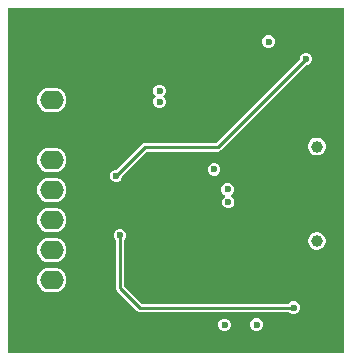
<source format=gbl>
G04*
G04 #@! TF.GenerationSoftware,Altium Limited,Altium Designer,22.3.1 (43)*
G04*
G04 Layer_Physical_Order=4*
G04 Layer_Color=16711680*
%FSLAX25Y25*%
%MOIN*%
G70*
G04*
G04 #@! TF.SameCoordinates,B0CD7CAE-3E36-43F7-B439-C09FFECED3EA*
G04*
G04*
G04 #@! TF.FilePolarity,Positive*
G04*
G01*
G75*
%ADD27C,0.01000*%
%ADD29C,0.03937*%
%ADD30O,0.07874X0.06299*%
%ADD31C,0.02362*%
G36*
X113139Y1427D02*
X1427D01*
Y116387D01*
X113139D01*
X113139Y1427D01*
D02*
G37*
%LPC*%
G36*
X88554Y107445D02*
X87726D01*
X86961Y107128D01*
X86375Y106543D01*
X86059Y105778D01*
Y104950D01*
X86375Y104185D01*
X86961Y103600D01*
X87726Y103283D01*
X88554D01*
X89319Y103600D01*
X89904Y104185D01*
X90221Y104950D01*
Y105778D01*
X89904Y106543D01*
X89319Y107128D01*
X88554Y107445D01*
D02*
G37*
G36*
X52284Y90959D02*
X51456D01*
X50691Y90642D01*
X50106Y90057D01*
X49789Y89292D01*
Y88464D01*
X50106Y87699D01*
X50421Y87384D01*
X50651Y87057D01*
X50421Y86730D01*
X50106Y86415D01*
X49789Y85650D01*
Y84822D01*
X50106Y84057D01*
X50691Y83472D01*
X51456Y83155D01*
X52284D01*
X53049Y83472D01*
X53634Y84057D01*
X53951Y84822D01*
Y85650D01*
X53634Y86415D01*
X53319Y86730D01*
X53089Y87057D01*
X53319Y87384D01*
X53634Y87699D01*
X53951Y88464D01*
Y89292D01*
X53634Y90057D01*
X53049Y90642D01*
X52284Y90959D01*
D02*
G37*
G36*
X16629Y89990D02*
X15054D01*
X13997Y89851D01*
X13012Y89443D01*
X12166Y88794D01*
X11517Y87948D01*
X11109Y86963D01*
X10970Y85905D01*
X11109Y84848D01*
X11517Y83863D01*
X12166Y83017D01*
X13012Y82368D01*
X13997Y81960D01*
X15054Y81821D01*
X16629D01*
X17686Y81960D01*
X18671Y82368D01*
X19517Y83017D01*
X20166Y83863D01*
X20574Y84848D01*
X20714Y85905D01*
X20574Y86963D01*
X20166Y87948D01*
X19517Y88794D01*
X18671Y89443D01*
X17686Y89851D01*
X16629Y89990D01*
D02*
G37*
G36*
X101103Y101687D02*
X100275D01*
X99510Y101371D01*
X98925Y100785D01*
X98608Y100020D01*
Y99544D01*
X70570Y71506D01*
X46890D01*
X46343Y71398D01*
X45880Y71088D01*
X45880Y71088D01*
X37425Y62632D01*
X36948D01*
X36183Y62315D01*
X35598Y61730D01*
X35281Y60965D01*
Y60137D01*
X35598Y59372D01*
X36183Y58787D01*
X36948Y58470D01*
X37776D01*
X38541Y58787D01*
X39127Y59372D01*
X39443Y60137D01*
Y60614D01*
X47481Y68651D01*
X71161D01*
X71161Y68651D01*
X71708Y68760D01*
X72171Y69069D01*
X100627Y97525D01*
X101103D01*
X101868Y97842D01*
X102453Y98427D01*
X102770Y99192D01*
Y100020D01*
X102453Y100785D01*
X101868Y101371D01*
X101103Y101687D01*
D02*
G37*
G36*
X104623Y73343D02*
X103841D01*
X103086Y73140D01*
X102410Y72749D01*
X101857Y72197D01*
X101466Y71520D01*
X101264Y70765D01*
Y69983D01*
X101466Y69228D01*
X101857Y68551D01*
X102410Y67999D01*
X103086Y67608D01*
X103841Y67405D01*
X104623D01*
X105378Y67608D01*
X106055Y67999D01*
X106608Y68551D01*
X106999Y69228D01*
X107201Y69983D01*
Y70765D01*
X106999Y71520D01*
X106608Y72197D01*
X106055Y72749D01*
X105378Y73140D01*
X104623Y73343D01*
D02*
G37*
G36*
X16629Y69990D02*
X15054D01*
X13997Y69851D01*
X13012Y69443D01*
X12166Y68794D01*
X11517Y67948D01*
X11109Y66963D01*
X10970Y65905D01*
X11109Y64848D01*
X11517Y63863D01*
X12166Y63017D01*
X13012Y62368D01*
X13997Y61960D01*
X15054Y61821D01*
X16629D01*
X17686Y61960D01*
X18671Y62368D01*
X19517Y63017D01*
X20166Y63863D01*
X20574Y64848D01*
X20714Y65905D01*
X20574Y66963D01*
X20166Y67948D01*
X19517Y68794D01*
X18671Y69443D01*
X17686Y69851D01*
X16629Y69990D01*
D02*
G37*
G36*
X70394Y64876D02*
X69566D01*
X68801Y64560D01*
X68216Y63974D01*
X67899Y63209D01*
Y62381D01*
X68216Y61616D01*
X68801Y61031D01*
X69566Y60714D01*
X70394D01*
X71159Y61031D01*
X71745Y61616D01*
X72061Y62381D01*
Y63209D01*
X71745Y63974D01*
X71159Y64560D01*
X70394Y64876D01*
D02*
G37*
G36*
X16629Y59990D02*
X15054D01*
X13997Y59851D01*
X13012Y59443D01*
X12166Y58794D01*
X11517Y57948D01*
X11109Y56963D01*
X10970Y55905D01*
X11109Y54848D01*
X11517Y53863D01*
X12166Y53017D01*
X13012Y52368D01*
X13997Y51960D01*
X15054Y51821D01*
X16629D01*
X17686Y51960D01*
X18671Y52368D01*
X19517Y53017D01*
X20166Y53863D01*
X20574Y54848D01*
X20714Y55905D01*
X20574Y56963D01*
X20166Y57948D01*
X19517Y58794D01*
X18671Y59443D01*
X17686Y59851D01*
X16629Y59990D01*
D02*
G37*
G36*
X74922Y58183D02*
X74094D01*
X73329Y57867D01*
X72744Y57281D01*
X72427Y56516D01*
Y55688D01*
X72744Y54923D01*
X73329Y54338D01*
X73624Y54216D01*
Y53675D01*
X73526Y53634D01*
X72940Y53049D01*
X72624Y52284D01*
Y51456D01*
X72940Y50691D01*
X73526Y50106D01*
X74291Y49789D01*
X75119D01*
X75884Y50106D01*
X76469Y50691D01*
X76786Y51456D01*
Y52284D01*
X76469Y53049D01*
X75884Y53634D01*
X75589Y53756D01*
Y54298D01*
X75687Y54338D01*
X76272Y54923D01*
X76589Y55688D01*
Y56516D01*
X76272Y57281D01*
X75687Y57867D01*
X74922Y58183D01*
D02*
G37*
G36*
X16629Y49990D02*
X15054D01*
X13997Y49851D01*
X13012Y49443D01*
X12166Y48794D01*
X11517Y47948D01*
X11109Y46963D01*
X10970Y45906D01*
X11109Y44848D01*
X11517Y43863D01*
X12166Y43017D01*
X13012Y42368D01*
X13997Y41960D01*
X15054Y41821D01*
X16629D01*
X17686Y41960D01*
X18671Y42368D01*
X19517Y43017D01*
X20166Y43863D01*
X20574Y44848D01*
X20714Y45906D01*
X20574Y46963D01*
X20166Y47948D01*
X19517Y48794D01*
X18671Y49443D01*
X17686Y49851D01*
X16629Y49990D01*
D02*
G37*
G36*
X104623Y41846D02*
X103841D01*
X103086Y41644D01*
X102410Y41253D01*
X101857Y40701D01*
X101466Y40024D01*
X101264Y39269D01*
Y38487D01*
X101466Y37732D01*
X101857Y37055D01*
X102410Y36503D01*
X103086Y36112D01*
X103841Y35909D01*
X104623D01*
X105378Y36112D01*
X106055Y36503D01*
X106608Y37055D01*
X106999Y37732D01*
X107201Y38487D01*
Y39269D01*
X106999Y40024D01*
X106608Y40701D01*
X106055Y41253D01*
X105378Y41644D01*
X104623Y41846D01*
D02*
G37*
G36*
X16629Y39990D02*
X15054D01*
X13997Y39851D01*
X13012Y39443D01*
X12166Y38794D01*
X11517Y37948D01*
X11109Y36963D01*
X10970Y35906D01*
X11109Y34848D01*
X11517Y33863D01*
X12166Y33017D01*
X13012Y32368D01*
X13997Y31960D01*
X15054Y31821D01*
X16629D01*
X17686Y31960D01*
X18671Y32368D01*
X19517Y33017D01*
X20166Y33863D01*
X20574Y34848D01*
X20714Y35906D01*
X20574Y36963D01*
X20166Y37948D01*
X19517Y38794D01*
X18671Y39443D01*
X17686Y39851D01*
X16629Y39990D01*
D02*
G37*
G36*
Y29990D02*
X15054D01*
X13997Y29851D01*
X13012Y29443D01*
X12166Y28794D01*
X11517Y27948D01*
X11109Y26963D01*
X10970Y25905D01*
X11109Y24848D01*
X11517Y23863D01*
X12166Y23017D01*
X13012Y22368D01*
X13997Y21960D01*
X15054Y21821D01*
X16629D01*
X17686Y21960D01*
X18671Y22368D01*
X19517Y23017D01*
X20166Y23863D01*
X20574Y24848D01*
X20714Y25905D01*
X20574Y26963D01*
X20166Y27948D01*
X19517Y28794D01*
X18671Y29443D01*
X17686Y29851D01*
X16629Y29990D01*
D02*
G37*
G36*
X38997Y42869D02*
X38169D01*
X37404Y42552D01*
X36818Y41966D01*
X36502Y41201D01*
Y40373D01*
X36818Y39609D01*
X37155Y39272D01*
Y23347D01*
X37155Y23346D01*
X37264Y22800D01*
X37573Y22337D01*
X44345Y15565D01*
X44345Y15565D01*
X44808Y15256D01*
X45354Y15147D01*
X45354Y15147D01*
X95099D01*
X95352Y14894D01*
X96117Y14577D01*
X96944D01*
X97709Y14894D01*
X98295Y15480D01*
X98612Y16244D01*
Y17072D01*
X98295Y17837D01*
X97709Y18423D01*
X96944Y18740D01*
X96117D01*
X95352Y18423D01*
X94931Y18002D01*
X45946D01*
X40010Y23938D01*
Y39272D01*
X40347Y39609D01*
X40664Y40373D01*
Y41201D01*
X40347Y41966D01*
X39761Y42552D01*
X38997Y42869D01*
D02*
G37*
G36*
X84567Y13105D02*
X83740D01*
X82975Y12788D01*
X82389Y12202D01*
X82073Y11438D01*
Y10610D01*
X82389Y9845D01*
X82975Y9259D01*
X83740Y8942D01*
X84567D01*
X85332Y9259D01*
X85918Y9845D01*
X86235Y10610D01*
Y11438D01*
X85918Y12202D01*
X85332Y12788D01*
X84567Y13105D01*
D02*
G37*
G36*
X73938Y13006D02*
X73110D01*
X72345Y12689D01*
X71759Y12104D01*
X71443Y11339D01*
Y10511D01*
X71759Y9746D01*
X72345Y9161D01*
X73110Y8844D01*
X73938D01*
X74703Y9161D01*
X75288Y9746D01*
X75605Y10511D01*
Y11339D01*
X75288Y12104D01*
X74703Y12689D01*
X73938Y13006D01*
D02*
G37*
%LPD*%
D27*
X71161Y70079D02*
X100689Y99606D01*
X46890Y70079D02*
X71161D01*
X37362Y60551D02*
X46890Y70079D01*
X45354Y16575D02*
X96447D01*
X96530Y16658D01*
X38583Y23346D02*
X45354Y16575D01*
X38583Y23346D02*
Y40787D01*
D29*
X104232Y38878D02*
D03*
Y70374D02*
D03*
D30*
X15842Y85905D02*
D03*
Y25905D02*
D03*
Y35906D02*
D03*
Y45906D02*
D03*
Y55905D02*
D03*
Y65905D02*
D03*
Y75906D02*
D03*
D31*
X21161Y14567D02*
D03*
X32874Y15157D02*
D03*
X34646Y10138D02*
D03*
X56890Y9843D02*
D03*
X43012Y9252D02*
D03*
X28150Y12795D02*
D03*
X17224Y10827D02*
D03*
X12106Y13976D02*
D03*
X104134Y18898D02*
D03*
X89567Y45472D02*
D03*
X96161Y40453D02*
D03*
X103347Y79528D02*
D03*
X103051Y60039D02*
D03*
X104528Y50886D02*
D03*
X93996Y33268D02*
D03*
X80709Y30610D02*
D03*
X80610Y41142D02*
D03*
X90847Y24311D02*
D03*
X77264Y26772D02*
D03*
X88189Y39272D02*
D03*
X9252Y91634D02*
D03*
X13091Y94095D02*
D03*
X22835Y93996D02*
D03*
X29921Y94193D02*
D03*
X37894Y94390D02*
D03*
X48425Y94980D02*
D03*
X81102Y100591D02*
D03*
X84350Y92913D02*
D03*
X71653Y79331D02*
D03*
X72835Y89862D02*
D03*
X67716Y93209D02*
D03*
X58760Y93701D02*
D03*
X57480Y86713D02*
D03*
X56201Y76378D02*
D03*
X47539Y75689D02*
D03*
X40059Y75295D02*
D03*
X31890Y74606D02*
D03*
X25197Y73622D02*
D03*
X23819Y78543D02*
D03*
X71161Y38583D02*
D03*
X56811Y36181D02*
D03*
X52244Y33071D02*
D03*
X50315Y60551D02*
D03*
X50945Y42087D02*
D03*
X56102Y45551D02*
D03*
X48031Y31220D02*
D03*
X47598Y50433D02*
D03*
X51870Y88878D02*
D03*
X88090Y79823D02*
D03*
Y71949D02*
D03*
X87992Y61713D02*
D03*
Y53839D02*
D03*
X95374Y61516D02*
D03*
Y57579D02*
D03*
Y49705D02*
D03*
X95177Y77756D02*
D03*
Y69882D02*
D03*
X103937Y5118D02*
D03*
X100000D02*
D03*
X96063D02*
D03*
X92126D02*
D03*
X88189D02*
D03*
X84252D02*
D03*
X80315D02*
D03*
X76378D02*
D03*
X72441D02*
D03*
X5512Y16929D02*
D03*
Y12992D02*
D03*
Y9055D02*
D03*
X5610Y105807D02*
D03*
Y101870D02*
D03*
Y97933D02*
D03*
Y93996D02*
D03*
Y90059D02*
D03*
X70669Y108858D02*
D03*
X66732D02*
D03*
X62795D02*
D03*
X58858D02*
D03*
X54921D02*
D03*
X50984D02*
D03*
X47047D02*
D03*
X43110D02*
D03*
X39173D02*
D03*
X31299D02*
D03*
X35236D02*
D03*
X27362D02*
D03*
X23425D02*
D03*
X19488D02*
D03*
X15551D02*
D03*
X11614D02*
D03*
X7677D02*
D03*
X74606D02*
D03*
X78543D02*
D03*
X82480D02*
D03*
X86417D02*
D03*
X90354D02*
D03*
X98228D02*
D03*
X94291D02*
D03*
X102165D02*
D03*
X106102D02*
D03*
X108071Y112303D02*
D03*
X104134D02*
D03*
X100197D02*
D03*
X92323D02*
D03*
X96260D02*
D03*
X88386D02*
D03*
X84449D02*
D03*
X80512D02*
D03*
X76575D02*
D03*
X72638D02*
D03*
X110433Y108169D02*
D03*
Y104232D02*
D03*
Y100295D02*
D03*
Y92421D02*
D03*
Y96358D02*
D03*
Y88484D02*
D03*
Y84547D02*
D03*
Y80610D02*
D03*
Y76673D02*
D03*
Y72736D02*
D03*
Y5807D02*
D03*
Y9744D02*
D03*
Y13681D02*
D03*
Y17618D02*
D03*
Y21555D02*
D03*
Y25492D02*
D03*
Y33366D02*
D03*
Y29429D02*
D03*
Y37303D02*
D03*
Y41240D02*
D03*
Y45177D02*
D03*
Y49114D02*
D03*
Y53051D02*
D03*
Y56988D02*
D03*
Y60925D02*
D03*
Y64862D02*
D03*
Y68799D02*
D03*
X5512Y5118D02*
D03*
X9449D02*
D03*
X13386D02*
D03*
X17323D02*
D03*
X21260D02*
D03*
X25197D02*
D03*
X33071D02*
D03*
X29134D02*
D03*
X37008D02*
D03*
X40945D02*
D03*
X44882D02*
D03*
X48819D02*
D03*
X52756D02*
D03*
X56693D02*
D03*
X60630D02*
D03*
X64567D02*
D03*
X68504D02*
D03*
X5709Y112303D02*
D03*
X9646D02*
D03*
X13583D02*
D03*
X17520D02*
D03*
X21457D02*
D03*
X25394D02*
D03*
X33268D02*
D03*
X29331D02*
D03*
X37205D02*
D03*
X41142D02*
D03*
X45079D02*
D03*
X49016D02*
D03*
X52953D02*
D03*
X56890D02*
D03*
X60827D02*
D03*
X64764D02*
D03*
X68701D02*
D03*
X5610Y23130D02*
D03*
Y27067D02*
D03*
Y31004D02*
D03*
Y34941D02*
D03*
Y38878D02*
D03*
Y42815D02*
D03*
Y46752D02*
D03*
Y50689D02*
D03*
Y54626D02*
D03*
Y62500D02*
D03*
Y58563D02*
D03*
Y66437D02*
D03*
Y70374D02*
D03*
Y74311D02*
D03*
Y78248D02*
D03*
Y82185D02*
D03*
Y86122D02*
D03*
X21378Y20787D02*
D03*
X24803Y23071D02*
D03*
X29606Y23110D02*
D03*
X34488Y23071D02*
D03*
X45984Y21102D02*
D03*
X50197Y21811D02*
D03*
X53110Y23898D02*
D03*
X55984Y26299D02*
D03*
X59724Y28386D02*
D03*
X42953Y31181D02*
D03*
X22402Y29134D02*
D03*
X27067Y28937D02*
D03*
X28543Y43209D02*
D03*
X33622Y31850D02*
D03*
X23858Y32677D02*
D03*
X21732Y41024D02*
D03*
X33110Y40866D02*
D03*
X44764Y42165D02*
D03*
X68583Y45197D02*
D03*
X41378Y49409D02*
D03*
X34173Y49528D02*
D03*
X22953Y52047D02*
D03*
X20709Y61221D02*
D03*
X30787Y59842D02*
D03*
X56260Y54016D02*
D03*
X37362Y60551D02*
D03*
X38583Y40787D02*
D03*
X74508Y61122D02*
D03*
X68602Y50098D02*
D03*
X68504Y57972D02*
D03*
X74705Y47244D02*
D03*
X80020Y54921D02*
D03*
X74508Y56102D02*
D03*
X74705Y51870D02*
D03*
X88140Y105364D02*
D03*
X73524Y10925D02*
D03*
X84153Y11024D02*
D03*
X51870Y85236D02*
D03*
X96530Y16658D02*
D03*
X100689Y99606D02*
D03*
X69980Y62795D02*
D03*
M02*

</source>
